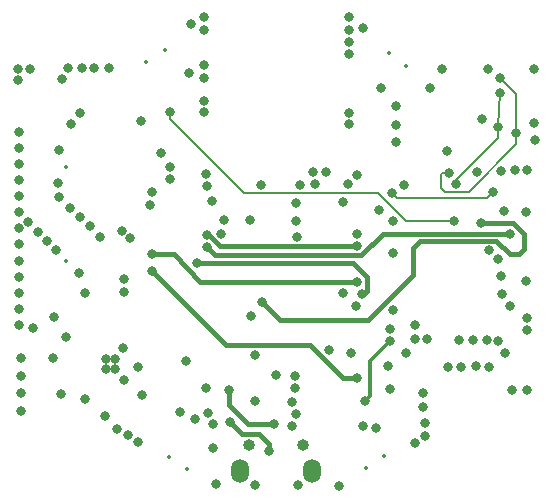
<source format=gbr>
%TF.GenerationSoftware,KiCad,Pcbnew,5.1.5+dfsg1-2~bpo10+1*%
%TF.CreationDate,Date%
%TF.ProjectId,osw,6f73772e-6b69-4636-9164-5f7063625858,1.0*%
%TF.SameCoordinates,Original*%
%TF.FileFunction,Copper,L2,Inr*%
%TF.FilePolarity,Positive*%
%FSLAX46Y46*%
G04 Gerber Fmt 4.6, Leading zero omitted, Abs format (unit mm)*
G04 Created by KiCad*
%MOMM*%
%LPD*%
G04 APERTURE LIST*
%TA.AperFunction,ViaPad*%
%ADD10O,1.500000X2.000000*%
%TD*%
%TA.AperFunction,ViaPad*%
%ADD11C,0.800000*%
%TD*%
%TA.AperFunction,Conductor*%
%ADD12C,0.200000*%
%TD*%
%TA.AperFunction,Conductor*%
%ADD13C,0.300000*%
%TD*%
%TA.AperFunction,Conductor*%
%ADD14C,0.400000*%
%TD*%
%ADD15C,0.350000*%
%ADD16O,0.999999X0.999999*%
%ADD17O,0.750000X1.200000*%
G04 APERTURE END LIST*
D10*
%TO.N,*%
%TO.C,U5*%
X163048000Y-128627000D03*
X156952000Y-128627000D03*
%TD*%
D11*
%TO.N,/EN*%
X179380560Y-118594144D03*
X167309800Y-124815600D03*
%TO.N,+3V3*%
X171018200Y-118592600D03*
X166344600Y-118592600D03*
X154635200Y-124612400D03*
X158191200Y-118745000D03*
X152603200Y-94945200D03*
X154559000Y-105765001D03*
X170789600Y-104419400D03*
X169892624Y-107424576D03*
X169875200Y-110185200D03*
X181875000Y-100558600D03*
X179060300Y-103235300D03*
%TO.N,/FLASH*%
X166827200Y-108534200D03*
X153085800Y-124180600D03*
%TO.N,GND*%
X138379200Y-118999000D03*
X138379200Y-120523000D03*
X138379200Y-121996200D03*
X138379200Y-123494800D03*
X174447788Y-101481207D03*
X176974500Y-103251000D03*
X166141400Y-90125000D03*
X166141400Y-91262200D03*
X166141400Y-92278200D03*
X166141400Y-93294200D03*
X166141400Y-99263200D03*
X166141400Y-98298000D03*
X153847800Y-90125000D03*
X153847800Y-91287600D03*
X153847800Y-94259400D03*
X153847800Y-95300800D03*
X153847800Y-97282000D03*
X153847800Y-98247200D03*
X162026600Y-104368600D03*
X165684200Y-105816400D03*
X164490400Y-118364000D03*
X148310600Y-119786400D03*
X145567400Y-119151400D03*
X146380200Y-119151400D03*
X146380200Y-119964200D03*
X145567400Y-119964200D03*
X143840200Y-122478800D03*
X141121136Y-118997736D03*
X157886400Y-115519200D03*
X154609800Y-126695200D03*
X161323206Y-124781113D03*
X158191200Y-122706998D03*
X161318496Y-122719989D03*
X168452800Y-124942600D03*
X169621200Y-121691400D03*
X179959000Y-121716800D03*
X181152800Y-106654600D03*
X161569400Y-120523000D03*
X159969200Y-120497600D03*
X152349200Y-119303800D03*
X149453600Y-105003600D03*
X146939000Y-108254800D03*
X147650200Y-108839000D03*
X154127200Y-104495600D03*
X157810200Y-107340400D03*
X141859000Y-95453200D03*
X142595600Y-99237800D03*
X143408400Y-98298000D03*
X138125000Y-94525000D03*
X165658800Y-113538000D03*
X172567600Y-125603000D03*
X171754800Y-126238000D03*
X172567600Y-124536200D03*
X154940000Y-129692400D03*
X161874200Y-129819400D03*
X158191200Y-129768600D03*
X165277800Y-129895600D03*
X146558000Y-125018800D03*
X148336000Y-126136400D03*
X139141200Y-94538800D03*
X138176000Y-95504000D03*
X181864000Y-99110800D03*
X181864000Y-94538800D03*
X177914300Y-94526100D03*
X141224000Y-115595400D03*
X181216000Y-121712000D03*
X161734500Y-108750200D03*
X158711900Y-104350002D03*
X168884600Y-96215200D03*
X173050200Y-96215200D03*
X174053500Y-94526100D03*
X163144200Y-103301800D03*
X164172900Y-103301800D03*
X166801800Y-103517700D03*
X166090600Y-104292400D03*
X163258500Y-104267000D03*
X142379700Y-94500700D03*
X143522700Y-94500700D03*
X144576800Y-94500700D03*
X145834100Y-94500700D03*
X138226800Y-99885500D03*
X138226800Y-101247863D03*
X138226800Y-102610226D03*
X138226800Y-103972589D03*
X138226800Y-105334952D03*
X141617700Y-101447600D03*
X141554200Y-104216200D03*
X141643100Y-105422700D03*
X142557500Y-106362500D03*
X143383000Y-107099100D03*
X144272000Y-107873800D03*
X145072100Y-108750100D03*
X138226800Y-106697315D03*
X138988800Y-107556300D03*
X139814300Y-108381800D03*
X140627100Y-109156500D03*
X141389100Y-109867700D03*
X143294100Y-111861600D03*
X143814800Y-113550700D03*
X147078700Y-113474500D03*
X147091400Y-112318800D03*
X150977600Y-103898700D03*
X150977600Y-102844600D03*
X150253700Y-101714300D03*
X138226800Y-116205000D03*
X138214100Y-114909600D03*
X138226800Y-113509130D03*
X138226800Y-112146767D03*
X138226800Y-110784404D03*
X138226800Y-109422041D03*
X138226800Y-108059678D03*
X147434300Y-125564900D03*
X154063700Y-121577100D03*
X151866600Y-123647200D03*
X154216100Y-123659900D03*
X161582100Y-121615200D03*
X161709100Y-123748800D03*
X172466000Y-123190000D03*
X172466000Y-122008900D03*
X174523400Y-119761000D03*
X175666400Y-119761000D03*
X176898300Y-119722900D03*
X177977800Y-119786400D03*
X178739800Y-117576600D03*
X177825400Y-117500400D03*
X176695100Y-117500400D03*
X175488600Y-117525800D03*
X172745400Y-117398800D03*
X171754800Y-117398800D03*
X167386000Y-91071700D03*
X152793700Y-90792300D03*
X170116500Y-97675700D03*
X170116500Y-99301300D03*
X170103800Y-100787200D03*
X171754800Y-116281200D03*
X169862500Y-114935000D03*
X179031900Y-112128300D03*
%TO.N,Net-(D1-Pad1)*%
X147108574Y-120895774D03*
X148615400Y-122148600D03*
%TO.N,/LEDK*%
X149352000Y-106070400D03*
%TO.N,/BTN2*%
X150977600Y-98221800D03*
X175082200Y-107462002D03*
%TO.N,/BTN3*%
X169824400Y-105054400D03*
X178333400Y-104978200D03*
%TO.N,/RX*%
X169595800Y-117627400D03*
X167513000Y-122682000D03*
%TO.N,/SCL*%
X174625000Y-103378000D03*
X180340000Y-100012500D03*
X178943000Y-95313500D03*
X169443400Y-119684800D03*
%TO.N,/SDA*%
X178943000Y-96583500D03*
X169595800Y-116586000D03*
X175190685Y-104267000D03*
X178816000Y-99466400D03*
%TO.N,/PIN_LED*%
X158800800Y-114300000D03*
X177317400Y-107619800D03*
%TO.N,/STAT_PWR*%
X168681400Y-106527600D03*
X142189200Y-117271800D03*
%TO.N,/MOSI*%
X166852600Y-120726200D03*
X149453600Y-111658400D03*
%TO.N,/MISO*%
X154076400Y-103479600D03*
X166725600Y-114630200D03*
%TO.N,/IO34*%
X180218731Y-103117636D03*
X181216000Y-116632000D03*
%TO.N,/IO35*%
X181218721Y-103122356D03*
X181216000Y-115616000D03*
%TO.N,Net-(R1-Pad2)*%
X155336142Y-108544458D03*
%TO.N,Net-(R15-Pad1)*%
X141757400Y-122047000D03*
X145542000Y-123977400D03*
%TO.N,/B_MON*%
X148551900Y-98933000D03*
X181178200Y-112547400D03*
%TO.N,/RTC_INT*%
X177457100Y-98780600D03*
X179298600Y-106565700D03*
X179767227Y-114632101D03*
%TO.N,/TFT_DC*%
X154099398Y-109623087D03*
X179755800Y-108508800D03*
%TO.N,/TFT_CS*%
X149453600Y-110261400D03*
X166852600Y-112572800D03*
%TO.N,/TFT_RST*%
X179082800Y-113639600D03*
%TO.N,/SD_CS*%
X166827200Y-109550200D03*
X154102110Y-108623089D03*
%TO.N,/SCK*%
X153263600Y-111023400D03*
X167289200Y-113584000D03*
%TO.N,/VCC*%
X139379465Y-116515052D03*
X147040600Y-118186200D03*
%TO.N,/3V3_2*%
X155587600Y-107391200D03*
%TO.N,/GPS_RX3V3*%
X161696400Y-107467400D03*
X178028600Y-109908810D03*
%TO.N,/GPS_TX3V3*%
X161658300Y-105892600D03*
X178777900Y-110629700D03*
%TO.N,/D2_P*%
X155999000Y-121732000D03*
X159838372Y-124623840D03*
%TO.N,/D2_N*%
X159349999Y-126896865D03*
X156083000Y-124485400D03*
%TD*%
D12*
%TO.N,/BTN2*%
X170966052Y-107462002D02*
X175082200Y-107462002D01*
X150977600Y-98787485D02*
X157258716Y-105068601D01*
X150977600Y-98221800D02*
X150977600Y-98787485D01*
X168572651Y-105068601D02*
X170966052Y-107462002D01*
X157258716Y-105068601D02*
X168572651Y-105068601D01*
%TO.N,/BTN3*%
X177857201Y-105454399D02*
X178333400Y-104978200D01*
X170224399Y-105454399D02*
X177857201Y-105454399D01*
X169824400Y-105054400D02*
X170224399Y-105454399D01*
D13*
%TO.N,/RX*%
X167912999Y-119310201D02*
X169595800Y-117627400D01*
X167912999Y-122282001D02*
X167912999Y-119310201D01*
X167513000Y-122682000D02*
X167912999Y-122282001D01*
D12*
%TO.N,/SCL*%
X180340000Y-96710500D02*
X178943000Y-95313500D01*
X180340000Y-100921502D02*
X180340000Y-96710500D01*
X176294501Y-104967001D02*
X180340000Y-100921502D01*
X174288999Y-104967001D02*
X176294501Y-104967001D01*
X173924999Y-104603001D02*
X174288999Y-104967001D01*
X173924999Y-103512316D02*
X173924999Y-104603001D01*
X174059315Y-103378000D02*
X173924999Y-103512316D01*
X174625000Y-103378000D02*
X174059315Y-103378000D01*
%TO.N,/SDA*%
X175190685Y-103998813D02*
X178816000Y-100373498D01*
X178816000Y-100373498D02*
X178816000Y-99466400D01*
X175190685Y-104267000D02*
X175190685Y-103998813D01*
X178816000Y-99466400D02*
X178943000Y-96583500D01*
D14*
%TO.N,/PIN_LED*%
X171557990Y-111982210D02*
X171557990Y-109689308D01*
X171557990Y-109689308D02*
X172138488Y-109108810D01*
X160312199Y-115811399D02*
X167728801Y-115811399D01*
X167728801Y-115811399D02*
X171557990Y-111982210D01*
X178632759Y-109108810D02*
X179756000Y-110232051D01*
X180940002Y-108509000D02*
X180050802Y-107619800D01*
X180524002Y-110232051D02*
X180940002Y-109816051D01*
X180940002Y-109816051D02*
X180940002Y-108509000D01*
X179756000Y-110232051D02*
X180524002Y-110232051D01*
X180050802Y-107619800D02*
X177317400Y-107619800D01*
X158800800Y-114300000D02*
X160312199Y-115811399D01*
X172138488Y-109108810D02*
X178632759Y-109108810D01*
%TO.N,/MOSI*%
X162887397Y-117944999D02*
X165668598Y-120726200D01*
X165668598Y-120726200D02*
X166852600Y-120726200D01*
X155740199Y-117944999D02*
X162887397Y-117944999D01*
X149453600Y-111658400D02*
X155740199Y-117944999D01*
%TO.N,/TFT_DC*%
X169052602Y-108508800D02*
X179755800Y-108508800D01*
X167211201Y-110350201D02*
X169052602Y-108508800D01*
X154826512Y-110350201D02*
X167211201Y-110350201D01*
X154099398Y-109623087D02*
X154826512Y-110350201D01*
%TO.N,/TFT_CS*%
X151317598Y-110261400D02*
X149453600Y-110261400D01*
X153568400Y-112572800D02*
X151317598Y-110261400D01*
X166852600Y-112572800D02*
X153568400Y-112572800D01*
%TO.N,/SD_CS*%
X155210513Y-109550200D02*
X154283402Y-108623089D01*
X154283402Y-108623089D02*
X154102110Y-108623089D01*
X166827200Y-109550200D02*
X155210513Y-109550200D01*
%TO.N,/SCK*%
X166487202Y-111023400D02*
X153263600Y-111023400D01*
X167652601Y-112188799D02*
X166487202Y-111023400D01*
X167652601Y-113379884D02*
X167652601Y-112188799D01*
X167289200Y-113584000D02*
X167418285Y-113614200D01*
X167418285Y-113614200D02*
X167652601Y-113379884D01*
%TO.N,/D2_P*%
X155999000Y-121732000D02*
X155999000Y-123029800D01*
X155999000Y-123029800D02*
X157581600Y-124612400D01*
X159826932Y-124612400D02*
X159838372Y-124623840D01*
X157581600Y-124612400D02*
X159826932Y-124612400D01*
%TO.N,/D2_N*%
X157102099Y-125504499D02*
X156083000Y-124485400D01*
X158523318Y-125504499D02*
X157102099Y-125504499D01*
X159349999Y-126331180D02*
X158523318Y-125504499D01*
X159349999Y-126896865D02*
X159349999Y-126331180D01*
%TD*%
D15*
X179380560Y-118594144D03*
X167309800Y-124815600D03*
X171018200Y-118592600D03*
X166344600Y-118592600D03*
X154635200Y-124612400D03*
X158191200Y-118745000D03*
X152603200Y-94945200D03*
X154559000Y-105765001D03*
X170789600Y-104419400D03*
X169892624Y-107424576D03*
X169875200Y-110185200D03*
X181875000Y-100558600D03*
X179060300Y-103235300D03*
X166827200Y-108534200D03*
X153085800Y-124180600D03*
X138379200Y-118999000D03*
X138379200Y-120523000D03*
X138379200Y-121996200D03*
X138379200Y-123494800D03*
X174447788Y-101481207D03*
X176974500Y-103251000D03*
X166141400Y-90125000D03*
X166141400Y-91262200D03*
X166141400Y-92278200D03*
X166141400Y-93294200D03*
X166141400Y-99263200D03*
X166141400Y-98298000D03*
X153847800Y-90125000D03*
X153847800Y-91287600D03*
X153847800Y-94259400D03*
X153847800Y-95300800D03*
X153847800Y-97282000D03*
X153847800Y-98247200D03*
X162026600Y-104368600D03*
X165684200Y-105816400D03*
X164490400Y-118364000D03*
X148310600Y-119786400D03*
X145567400Y-119151400D03*
X146380200Y-119151400D03*
X146380200Y-119964200D03*
X145567400Y-119964200D03*
X143840200Y-122478800D03*
X141121136Y-118997736D03*
X157886400Y-115519200D03*
X154609800Y-126695200D03*
X161323206Y-124781113D03*
X158191200Y-122706998D03*
X161318496Y-122719989D03*
X168452800Y-124942600D03*
X169621200Y-121691400D03*
X179959000Y-121716800D03*
X181152800Y-106654600D03*
X161569400Y-120523000D03*
X159969200Y-120497600D03*
X152349200Y-119303800D03*
X149453600Y-105003600D03*
X146939000Y-108254800D03*
X147650200Y-108839000D03*
X154127200Y-104495600D03*
X157810200Y-107340400D03*
X141859000Y-95453200D03*
X142595600Y-99237800D03*
X143408400Y-98298000D03*
X138125000Y-94525000D03*
X165658800Y-113538000D03*
X172567600Y-125603000D03*
X171754800Y-126238000D03*
X172567600Y-124536200D03*
X154940000Y-129692400D03*
X161874200Y-129819400D03*
X158191200Y-129768600D03*
X165277800Y-129895600D03*
X146558000Y-125018800D03*
X148336000Y-126136400D03*
X139141200Y-94538800D03*
X138176000Y-95504000D03*
X181864000Y-99110800D03*
X181864000Y-94538800D03*
X177914300Y-94526100D03*
X141224000Y-115595400D03*
X181216000Y-121712000D03*
X161734500Y-108750200D03*
X158711900Y-104350002D03*
X168884600Y-96215200D03*
X173050200Y-96215200D03*
X174053500Y-94526100D03*
X163144200Y-103301800D03*
X164172900Y-103301800D03*
X166801800Y-103517700D03*
X166090600Y-104292400D03*
X163258500Y-104267000D03*
X142379700Y-94500700D03*
X143522700Y-94500700D03*
X144576800Y-94500700D03*
X145834100Y-94500700D03*
X138226800Y-99885500D03*
X138226800Y-101247863D03*
X138226800Y-102610226D03*
X138226800Y-103972589D03*
X138226800Y-105334952D03*
X141617700Y-101447600D03*
X141554200Y-104216200D03*
X141643100Y-105422700D03*
X142557500Y-106362500D03*
X143383000Y-107099100D03*
X144272000Y-107873800D03*
X145072100Y-108750100D03*
X138226800Y-106697315D03*
X138988800Y-107556300D03*
X139814300Y-108381800D03*
X140627100Y-109156500D03*
X141389100Y-109867700D03*
X143294100Y-111861600D03*
X143814800Y-113550700D03*
X147078700Y-113474500D03*
X147091400Y-112318800D03*
X150977600Y-103898700D03*
X150977600Y-102844600D03*
X150253700Y-101714300D03*
X138226800Y-116205000D03*
X138214100Y-114909600D03*
X138226800Y-113509130D03*
X138226800Y-112146767D03*
X138226800Y-110784404D03*
X138226800Y-109422041D03*
X138226800Y-108059678D03*
X147434300Y-125564900D03*
X154063700Y-121577100D03*
X151866600Y-123647200D03*
X154216100Y-123659900D03*
X161582100Y-121615200D03*
X161709100Y-123748800D03*
X172466000Y-123190000D03*
X172466000Y-122008900D03*
X174523400Y-119761000D03*
X175666400Y-119761000D03*
X176898300Y-119722900D03*
X177977800Y-119786400D03*
X178739800Y-117576600D03*
X177825400Y-117500400D03*
X176695100Y-117500400D03*
X175488600Y-117525800D03*
X172745400Y-117398800D03*
X171754800Y-117398800D03*
X167386000Y-91071700D03*
X152793700Y-90792300D03*
X170116500Y-97675700D03*
X170116500Y-99301300D03*
X170103800Y-100787200D03*
X171754800Y-116281200D03*
X169862500Y-114935000D03*
X179031900Y-112128300D03*
X147108574Y-120895774D03*
X148615400Y-122148600D03*
X149352000Y-106070400D03*
X150977600Y-98221800D03*
X175082200Y-107462002D03*
X169824400Y-105054400D03*
X178333400Y-104978200D03*
X169595800Y-117627400D03*
X167513000Y-122682000D03*
X174625000Y-103378000D03*
X180340000Y-100012500D03*
X178943000Y-95313500D03*
X169443400Y-119684800D03*
X178943000Y-96583500D03*
X169595800Y-116586000D03*
X175190685Y-104267000D03*
X178816000Y-99466400D03*
X158800800Y-114300000D03*
X177317400Y-107619800D03*
X168681400Y-106527600D03*
X142189200Y-117271800D03*
X166852600Y-120726200D03*
X149453600Y-111658400D03*
X154076400Y-103479600D03*
X166725600Y-114630200D03*
X180218731Y-103117636D03*
X181216000Y-116632000D03*
X181218721Y-103122356D03*
X181216000Y-115616000D03*
X155336142Y-108544458D03*
X141757400Y-122047000D03*
X145542000Y-123977400D03*
X148551900Y-98933000D03*
X181178200Y-112547400D03*
X177457100Y-98780600D03*
X179298600Y-106565700D03*
X179767227Y-114632101D03*
X154099398Y-109623087D03*
X179755800Y-108508800D03*
X149453600Y-110261400D03*
X166852600Y-112572800D03*
X179082800Y-113639600D03*
X166827200Y-109550200D03*
X154102110Y-108623089D03*
X153263600Y-111023400D03*
X167289200Y-113584000D03*
X139379465Y-116515052D03*
X147040600Y-118186200D03*
X155587600Y-107391200D03*
X161696400Y-107467400D03*
X178028600Y-109908810D03*
X161658300Y-105892600D03*
X178777900Y-110629700D03*
X155999000Y-121732000D03*
X159838372Y-124623840D03*
X159349999Y-126896865D03*
X156083000Y-124485400D03*
X171020589Y-94309865D03*
X169530784Y-93227459D03*
X150539658Y-92967369D03*
X149012986Y-93997122D03*
X150918815Y-127387791D03*
X152445487Y-128417544D03*
X167577766Y-128331569D03*
X169122178Y-127328616D03*
X142200000Y-110850000D03*
X142200000Y-102870000D03*
D16*
X162286000Y-126404500D03*
X157714000Y-126404500D03*
D17*
X163048000Y-128627000D03*
X156952000Y-128627000D03*
M02*

</source>
